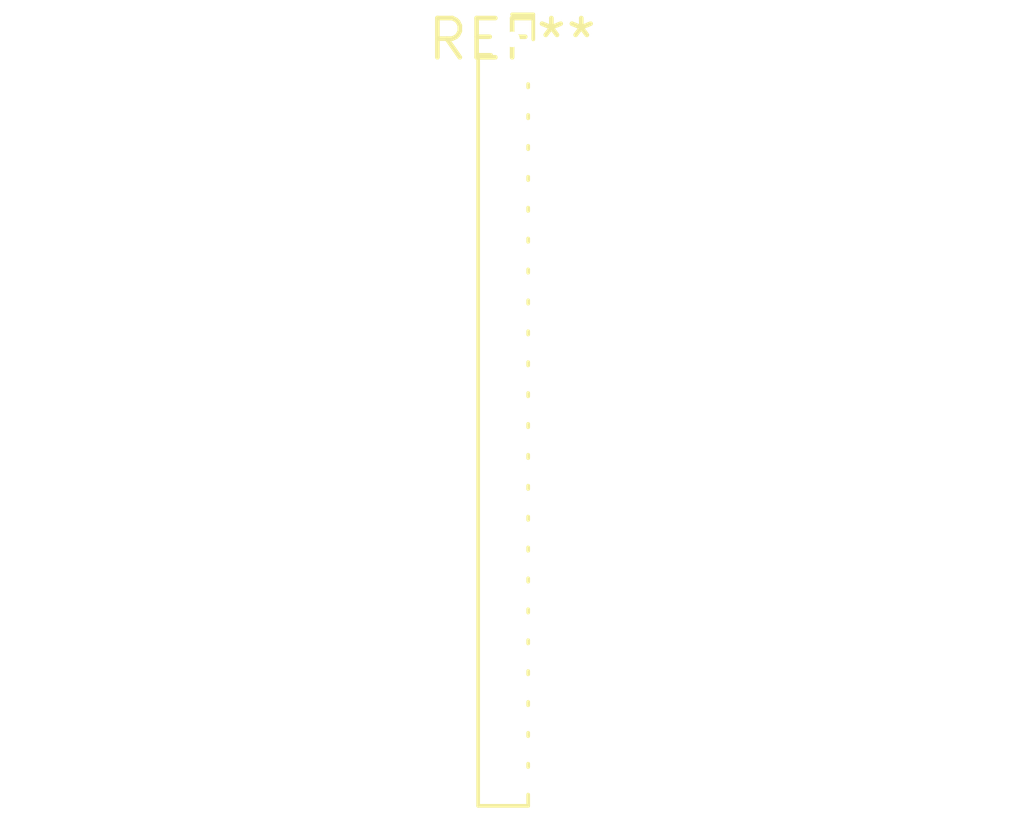
<source format=kicad_pcb>
(kicad_pcb (version 20240108) (generator pcbnew)
  (layers (0 "F.Cu" signal) (31 "B.Cu" signal) (34 "B.Paste" user) (35 "F.Paste" user) (36 "B.SilkS" user "B.Silkscreen") (37 "F.SilkS" user "F.Silkscreen") (38 "B.Mask" user) (39 "F.Mask" user) (44 "Edge.Cuts" user))
  (net 0 "")
  (footprint "PinSocket_1x25_P1.00mm_Vertical" (layer "F.Cu") (at 0 0)
    (property "Reference" "REF**")
    (property "Value" "PinSocket_1x25_P1.00mm_Vertical")
    (fp_line (start -1.1 0.5) (end -1.1 24.81) (layer "F.SilkS") (stroke (width 0.12)))
    (fp_line (start -1.1 0.5) (end -0.685 0.5) (layer "F.SilkS") (stroke (width 0.12)))
    (fp_line (start -1.1 24.81) (end 0.52 24.81) (layer "F.SilkS") (stroke (width 0.12)))
    (fp_line (start 0 -0.81) (end 0.685 -0.81) (layer "F.SilkS") (stroke (width 0.12)))
    (fp_line (start 0.52 1.445898) (end 0.52 1.554102) (layer "F.SilkS") (stroke (width 0.12)))
    (fp_line (start 0.52 2.445898) (end 0.52 2.554102) (layer "F.SilkS") (stroke (width 0.12)))
    (fp_line (start 0.52 3.445898) (end 0.52 3.554102) (layer "F.SilkS") (stroke (width 0.12)))
    (fp_line (start 0.52 4.445898) (end 0.52 4.554102) (layer "F.SilkS") (stroke (width 0.12)))
    (fp_line (start 0.52 5.445898) (end 0.52 5.554102) (layer "F.SilkS") (stroke (width 0.12)))
    (fp_line (start 0.52 6.445898) (end 0.52 6.554102) (layer "F.SilkS") (stroke (width 0.12)))
    (fp_line (start 0.52 7.445898) (end 0.52 7.554102) (layer "F.SilkS") (stroke (width 0.12)))
    (fp_line (start 0.52 8.445898) (end 0.52 8.554102) (layer "F.SilkS") (stroke (width 0.12)))
    (fp_line (start 0.52 9.445898) (end 0.52 9.554102) (layer "F.SilkS") (stroke (width 0.12)))
    (fp_line (start 0.52 10.445898) (end 0.52 10.554102) (layer "F.SilkS") (stroke (width 0.12)))
    (fp_line (start 0.52 11.445898) (end 0.52 11.554102) (layer "F.SilkS") (stroke (width 0.12)))
    (fp_line (start 0.52 12.445898) (end 0.52 12.554102) (layer "F.SilkS") (stroke (width 0.12)))
    (fp_line (start 0.52 13.445898) (end 0.52 13.554102) (layer "F.SilkS") (stroke (width 0.12)))
    (fp_line (start 0.52 14.445898) (end 0.52 14.554102) (layer "F.SilkS") (stroke (width 0.12)))
    (fp_line (start 0.52 15.445898) (end 0.52 15.554102) (layer "F.SilkS") (stroke (width 0.12)))
    (fp_line (start 0.52 16.445898) (end 0.52 16.554102) (layer "F.SilkS") (stroke (width 0.12)))
    (fp_line (start 0.52 17.445898) (end 0.52 17.554102) (layer "F.SilkS") (stroke (width 0.12)))
    (fp_line (start 0.52 18.445898) (end 0.52 18.554102) (layer "F.SilkS") (stroke (width 0.12)))
    (fp_line (start 0.52 19.445898) (end 0.52 19.554102) (layer "F.SilkS") (stroke (width 0.12)))
    (fp_line (start 0.52 20.445898) (end 0.52 20.554102) (layer "F.SilkS") (stroke (width 0.12)))
    (fp_line (start 0.52 21.445898) (end 0.52 21.554102) (layer "F.SilkS") (stroke (width 0.12)))
    (fp_line (start 0.52 22.445898) (end 0.52 22.554102) (layer "F.SilkS") (stroke (width 0.12)))
    (fp_line (start 0.52 23.445898) (end 0.52 23.554102) (layer "F.SilkS") (stroke (width 0.12)))
    (fp_line (start 0.52 24.445898) (end 0.52 24.81) (layer "F.SilkS") (stroke (width 0.12)))
    (fp_line (start 0.685 -0.81) (end 0.685 0) (layer "F.SilkS") (stroke (width 0.12)))
    (pad "1" thru_hole rect (at 0 0) (size 0.85 0.85) (drill 0.5) (layers *.Cu *.Mask) (remove_unused_layers))
    (pad "2" thru_hole oval (at 0 1) (size 0.85 0.85) (drill 0.5) (layers *.Cu *.Mask) (remove_unused_layers))
    (pad "3" thru_hole oval (at 0 2) (size 0.85 0.85) (drill 0.5) (layers *.Cu *.Mask) (remove_unused_layers))
    (pad "4" thru_hole oval (at 0 3) (size 0.85 0.85) (drill 0.5) (layers *.Cu *.Mask) (remove_unused_layers))
    (pad "5" thru_hole oval (at 0 4) (size 0.85 0.85) (drill 0.5) (layers *.Cu *.Mask) (remove_unused_layers))
    (pad "6" thru_hole oval (at 0 5) (size 0.85 0.85) (drill 0.5) (layers *.Cu *.Mask) (remove_unused_layers))
    (pad "7" thru_hole oval (at 0 6) (size 0.85 0.85) (drill 0.5) (layers *.Cu *.Mask) (remove_unused_layers))
    (pad "8" thru_hole oval (at 0 7) (size 0.85 0.85) (drill 0.5) (layers *.Cu *.Mask) (remove_unused_layers))
    (pad "9" thru_hole oval (at 0 8) (size 0.85 0.85) (drill 0.5) (layers *.Cu *.Mask) (remove_unused_layers))
    (pad "10" thru_hole oval (at 0 9) (size 0.85 0.85) (drill 0.5) (layers *.Cu *.Mask) (remove_unused_layers))
    (pad "11" thru_hole oval (at 0 10) (size 0.85 0.85) (drill 0.5) (layers *.Cu *.Mask) (remove_unused_layers))
    (pad "12" thru_hole oval (at 0 11) (size 0.85 0.85) (drill 0.5) (layers *.Cu *.Mask) (remove_unused_layers))
    (pad "13" thru_hole oval (at 0 12) (size 0.85 0.85) (drill 0.5) (layers *.Cu *.Mask) (remove_unused_layers))
    (pad "14" thru_hole oval (at 0 13) (size 0.85 0.85) (drill 0.5) (layers *.Cu *.Mask) (remove_unused_layers))
    (pad "15" thru_hole oval (at 0 14) (size 0.85 0.85) (drill 0.5) (layers *.Cu *.Mask) (remove_unused_layers))
    (pad "16" thru_hole oval (at 0 15) (size 0.85 0.85) (drill 0.5) (layers *.Cu *.Mask) (remove_unused_layers))
    (pad "17" thru_hole oval (at 0 16) (size 0.85 0.85) (drill 0.5) (layers *.Cu *.Mask) (remove_unused_layers))
    (pad "18" thru_hole oval (at 0 17) (size 0.85 0.85) (drill 0.5) (layers *.Cu *.Mask) (remove_unused_layers))
    (pad "19" thru_hole oval (at 0 18) (size 0.85 0.85) (drill 0.5) (layers *.Cu *.Mask) (remove_unused_layers))
    (pad "20" thru_hole oval (at 0 19) (size 0.85 0.85) (drill 0.5) (layers *.Cu *.Mask) (remove_unused_layers))
    (pad "21" thru_hole oval (at 0 20) (size 0.85 0.85) (drill 0.5) (layers *.Cu *.Mask) (remove_unused_layers))
    (pad "22" thru_hole oval (at 0 21) (size 0.85 0.85) (drill 0.5) (layers *.Cu *.Mask) (remove_unused_layers))
    (pad "23" thru_hole oval (at 0 22) (size 0.85 0.85) (drill 0.5) (layers *.Cu *.Mask) (remove_unused_layers))
    (pad "24" thru_hole oval (at 0 23) (size 0.85 0.85) (drill 0.5) (layers *.Cu *.Mask) (remove_unused_layers))
    (pad "25" thru_hole oval (at 0 24) (size 0.85 0.85) (drill 0.5) (layers *.Cu *.Mask) (remove_unused_layers))
  )
)
</source>
